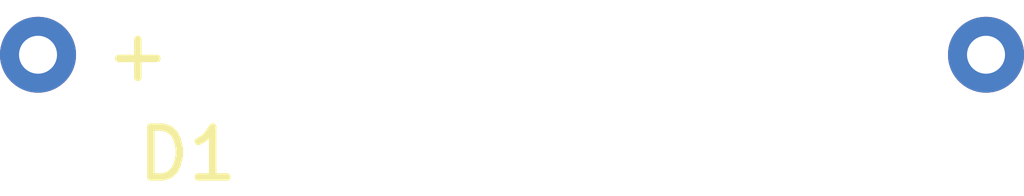
<source format=kicad_pcb>
(kicad_pcb (version 20171130) (host pcbnew "(5.1.12)-1")

  (general
    (thickness 1.6)
    (drawings 0)
    (tracks 0)
    (zones 0)
    (modules 1)
    (nets 3)
  )

  (page A4)
  (layers
    (0 F.Cu signal)
    (31 B.Cu signal)
    (32 B.Adhes user)
    (33 F.Adhes user)
    (34 B.Paste user)
    (35 F.Paste user)
    (36 B.SilkS user)
    (37 F.SilkS user)
    (38 B.Mask user)
    (39 F.Mask user)
    (40 Dwgs.User user)
    (41 Cmts.User user)
    (42 Eco1.User user)
    (43 Eco2.User user)
    (44 Edge.Cuts user)
    (45 Margin user)
    (46 B.CrtYd user)
    (47 F.CrtYd user)
    (48 B.Fab user)
    (49 F.Fab user)
  )

  (setup
    (last_trace_width 0.25)
    (trace_clearance 0.2)
    (zone_clearance 0.508)
    (zone_45_only no)
    (trace_min 0.2)
    (via_size 0.8)
    (via_drill 0.4)
    (via_min_size 0.4)
    (via_min_drill 0.3)
    (uvia_size 0.3)
    (uvia_drill 0.1)
    (uvias_allowed no)
    (uvia_min_size 0.2)
    (uvia_min_drill 0.1)
    (edge_width 0.05)
    (segment_width 0.2)
    (pcb_text_width 0.3)
    (pcb_text_size 1.5 1.5)
    (mod_edge_width 0.12)
    (mod_text_size 1 1)
    (mod_text_width 0.15)
    (pad_size 1.524 1.524)
    (pad_drill 0.762)
    (pad_to_mask_clearance 0)
    (aux_axis_origin 0 0)
    (visible_elements FFFFFF7F)
    (pcbplotparams
      (layerselection 0x010fc_ffffffff)
      (usegerberextensions false)
      (usegerberattributes true)
      (usegerberadvancedattributes true)
      (creategerberjobfile true)
      (excludeedgelayer true)
      (linewidth 0.100000)
      (plotframeref false)
      (viasonmask false)
      (mode 1)
      (useauxorigin false)
      (hpglpennumber 1)
      (hpglpenspeed 20)
      (hpglpendiameter 15.000000)
      (psnegative false)
      (psa4output false)
      (plotreference true)
      (plotvalue true)
      (plotinvisibletext false)
      (padsonsilk false)
      (subtractmaskfromsilk false)
      (outputformat 1)
      (mirror false)
      (drillshape 1)
      (scaleselection 1)
      (outputdirectory ""))
  )

  (net 0 "")
  (net 1 GND)
  (net 2 +3V3)

  (net_class Default "This is the default net class."
    (clearance 0.2)
    (trace_width 0.25)
    (via_dia 0.8)
    (via_drill 0.4)
    (uvia_dia 0.3)
    (uvia_drill 0.1)
    (add_net +3V3)
    (add_net GND)
  )

  (module mega-digit:LED26mmBended (layer F.Cu) (tedit 62387FC8) (tstamp 6238817B)
    (at 178 100.5)
    (path /62387F84)
    (fp_text reference D1 (at -6 2) (layer F.SilkS)
      (effects (font (size 1 1) (thickness 0.15)))
    )
    (fp_text value LED_Small (at 0 0) (layer F.Fab)
      (effects (font (size 1 1) (thickness 0.15)))
    )
    (fp_line (start -8 1) (end 9 1) (layer Dwgs.User) (width 0.2))
    (fp_circle (center 9.95 0) (end 10.35 0) (layer Dwgs.User) (width 0.2))
    (fp_line (start 10 -0.4) (end 10 0.4) (layer Dwgs.User) (width 0.2))
    (fp_line (start -9 -0.4) (end -8.5 -0.4) (layer Dwgs.User) (width 0.2))
    (fp_line (start 9 -1) (end -8 -1) (layer Dwgs.User) (width 0.2))
    (fp_line (start -8.5 0.499999) (end -8.5 -0.5) (layer Dwgs.User) (width 0.2))
    (fp_line (start -9 0.4) (end -8.5 0.4) (layer Dwgs.User) (width 0.2))
    (fp_line (start 9.9 0.4) (end 9.9 -0.4) (layer Dwgs.User) (width 0.2))
    (fp_line (start -9 0.4) (end -9 -0.4) (layer Dwgs.User) (width 0.2))
    (fp_line (start 10 -0.4) (end 9.5 -0.4) (layer Dwgs.User) (width 0.2))
    (fp_line (start 10 0.4) (end 9.5 0.4) (layer Dwgs.User) (width 0.2))
    (fp_line (start 9 1) (end 9 -1) (layer Dwgs.User) (width 0.2))
    (fp_line (start -8.9 -0.4) (end -8.9 0.4) (layer Dwgs.User) (width 0.2))
    (fp_line (start 9.5 -0.5) (end 9.5 0.5) (layer Dwgs.User) (width 0.2))
    (fp_circle (center -8.95 0) (end -8.549999 0) (layer Dwgs.User) (width 0.2))
    (fp_arc (start -8 0.5) (end -8.5 0.499999) (angle -90) (layer Dwgs.User) (width 0.2))
    (fp_arc (start -8 -0.5) (end -8 -1) (angle -90) (layer Dwgs.User) (width 0.2))
    (fp_arc (start 9 0.5) (end 9 1) (angle -90) (layer Dwgs.User) (width 0.2))
    (fp_arc (start 9 -0.5) (end 9.5 -0.5) (angle -90) (layer Dwgs.User) (width 0.2))
    (fp_text user + (at -7 0) (layer F.SilkS)
      (effects (font (size 1 1) (thickness 0.15)))
    )
    (pad 2 thru_hole circle (at -9 0) (size 1.524 1.524) (drill 0.762) (layers *.Cu *.Mask)
      (net 2 +3V3))
    (pad 1 thru_hole circle (at 10 0) (size 1.524 1.524) (drill 0.762) (layers *.Cu *.Mask)
      (net 1 GND))
    (model C:/Users/ccadic/CloudStation/mega-digit/26mmLEDBended.STEP
      (offset (xyz 0.5 0 1.2))
      (scale (xyz 1 1 1))
      (rotate (xyz -90 0 90))
    )
    (model D:/NasCloud/Creation3D/mega-digit/26mmLEDBended.STEP
      (offset (xyz 0.5 0 1.2))
      (scale (xyz 1 1 1))
      (rotate (xyz -90 0 90))
    )
  )

)

</source>
